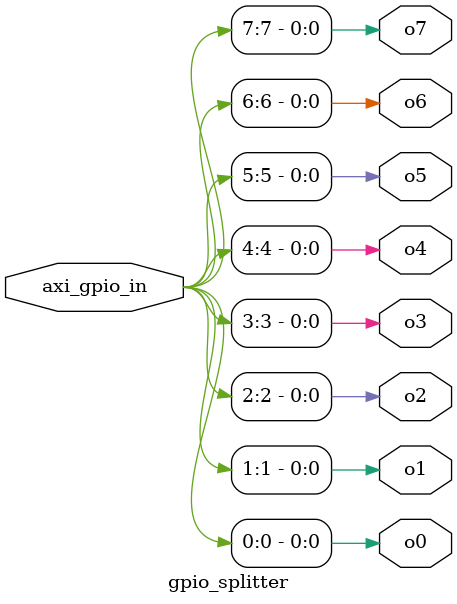
<source format=v>
`timescale 1ns / 1ps


module gpio_splitter(
    input [7:0] axi_gpio_in,
    output o0,
    output o1,
    output o2,
    output o3,
    output o4,
    output o5,
    output o6,
    output o7
    );
    
    assign o0 = axi_gpio_in[0];
    assign o1 = axi_gpio_in[1];
    assign o2 = axi_gpio_in[2];
    assign o3 = axi_gpio_in[3];
    assign o4 = axi_gpio_in[4];
    assign o5 = axi_gpio_in[5];
    assign o6 = axi_gpio_in[6];
    assign o7 = axi_gpio_in[7];
    
endmodule

</source>
